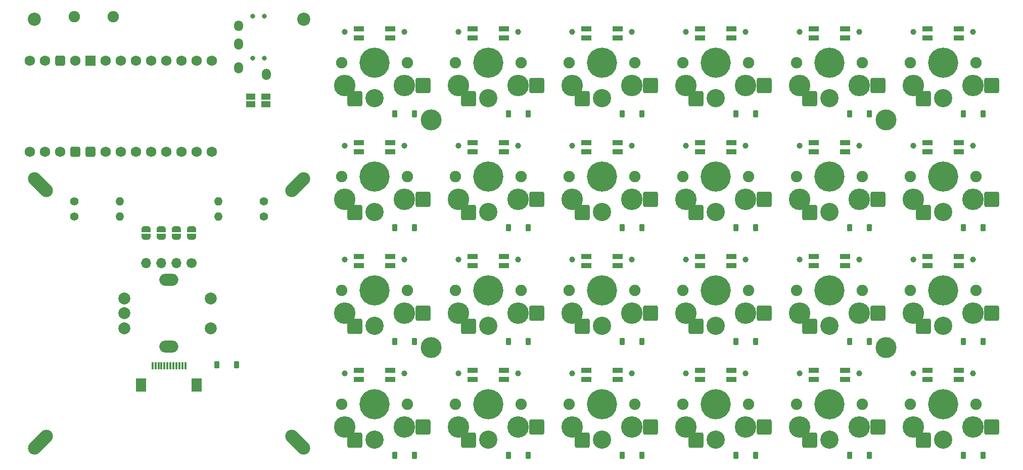
<source format=gbr>
%TF.GenerationSoftware,KiCad,Pcbnew,7.0.5*%
%TF.CreationDate,2025-01-15T14:24:04+08:00*%
%TF.ProjectId,TPS,5450532e-6b69-4636-9164-5f7063625858,rev?*%
%TF.SameCoordinates,Original*%
%TF.FileFunction,Soldermask,Top*%
%TF.FilePolarity,Negative*%
%FSLAX46Y46*%
G04 Gerber Fmt 4.6, Leading zero omitted, Abs format (unit mm)*
G04 Created by KiCad (PCBNEW 7.0.5) date 2025-01-15 14:24:04*
%MOMM*%
%LPD*%
G01*
G04 APERTURE LIST*
G04 Aperture macros list*
%AMRoundRect*
0 Rectangle with rounded corners*
0 $1 Rounding radius*
0 $2 $3 $4 $5 $6 $7 $8 $9 X,Y pos of 4 corners*
0 Add a 4 corners polygon primitive as box body*
4,1,4,$2,$3,$4,$5,$6,$7,$8,$9,$2,$3,0*
0 Add four circle primitives for the rounded corners*
1,1,$1+$1,$2,$3*
1,1,$1+$1,$4,$5*
1,1,$1+$1,$6,$7*
1,1,$1+$1,$8,$9*
0 Add four rect primitives between the rounded corners*
20,1,$1+$1,$2,$3,$4,$5,0*
20,1,$1+$1,$4,$5,$6,$7,0*
20,1,$1+$1,$6,$7,$8,$9,0*
20,1,$1+$1,$8,$9,$2,$3,0*%
%AMHorizOval*
0 Thick line with rounded ends*
0 $1 width*
0 $2 $3 position (X,Y) of the first rounded end (center of the circle)*
0 $4 $5 position (X,Y) of the second rounded end (center of the circle)*
0 Add line between two ends*
20,1,$1,$2,$3,$4,$5,0*
0 Add two circle primitives to create the rounded ends*
1,1,$1,$2,$3*
1,1,$1,$4,$5*%
%AMOutline4P*
0 Free polygon, 4 corners , with rotation*
0 The origin of the aperture is its center*
0 number of corners: always 4*
0 $1 to $8 corner X, Y*
0 $9 Rotation angle, in degrees counterclockwise*
0 create outline with 4 corners*
4,1,4,$1,$2,$3,$4,$5,$6,$7,$8,$1,$2,$9*%
%AMFreePoly0*
4,1,19,0.500000,-0.750000,0.000000,-0.750000,0.000000,-0.744911,-0.071157,-0.744911,-0.207708,-0.704816,-0.327430,-0.627875,-0.420627,-0.520320,-0.479746,-0.390866,-0.500000,-0.250000,-0.500000,0.250000,-0.479746,0.390866,-0.420627,0.520320,-0.327430,0.627875,-0.207708,0.704816,-0.071157,0.744911,0.000000,0.744911,0.000000,0.750000,0.500000,0.750000,0.500000,-0.750000,0.500000,-0.750000,
$1*%
%AMFreePoly1*
4,1,19,0.000000,0.744911,0.071157,0.744911,0.207708,0.704816,0.327430,0.627875,0.420627,0.520320,0.479746,0.390866,0.500000,0.250000,0.500000,-0.250000,0.479746,-0.390866,0.420627,-0.520320,0.327430,-0.627875,0.207708,-0.704816,0.071157,-0.744911,0.000000,-0.744911,0.000000,-0.750000,-0.500000,-0.750000,-0.500000,0.750000,0.000000,0.750000,0.000000,0.744911,0.000000,0.744911,
$1*%
G04 Aperture macros list end*
%ADD10C,3.500000*%
%ADD11RoundRect,0.225000X-0.225000X-0.375000X0.225000X-0.375000X0.225000X0.375000X-0.225000X0.375000X0*%
%ADD12HorizOval,2.200000X0.989949X0.989949X-0.989949X-0.989949X0*%
%ADD13C,1.400000*%
%ADD14O,1.400000X1.400000*%
%ADD15C,1.900000*%
%ADD16C,1.000000*%
%ADD17C,3.050000*%
%ADD18C,5.050000*%
%ADD19RoundRect,0.250000X1.000000X1.000000X-1.000000X1.000000X-1.000000X-1.000000X1.000000X-1.000000X0*%
%ADD20C,3.600000*%
%ADD21C,2.200000*%
%ADD22C,0.800000*%
%ADD23O,1.500000X1.900000*%
%ADD24O,1.500000X1.800000*%
%ADD25FreePoly0,90.000000*%
%ADD26FreePoly1,90.000000*%
%ADD27O,3.200000X2.000000*%
%ADD28C,2.000000*%
%ADD29HorizOval,2.200000X-0.989949X-0.989949X0.989949X0.989949X0*%
%ADD30R,1.500000X1.000000*%
%ADD31HorizOval,2.200000X-0.989949X0.989949X0.989949X-0.989949X0*%
%ADD32C,1.700000*%
%ADD33O,1.700000X1.700000*%
%ADD34R,1.800000X2.200000*%
%ADD35R,0.300000X1.300000*%
%ADD36R,1.800000X0.820000*%
%ADD37C,1.752600*%
%ADD38RoundRect,0.438150X0.438150X0.438150X-0.438150X0.438150X-0.438150X-0.438150X0.438150X-0.438150X0*%
%ADD39Outline4P,-0.876300X-0.876300X0.876300X-0.876300X0.876300X0.876300X-0.876300X0.876300X180.000000*%
G04 APERTURE END LIST*
D10*
%TO.C,H4*%
X183375000Y-86150000D03*
%TD*%
D11*
%TO.C,D13*%
X158200167Y-47050499D03*
X161500167Y-47050499D03*
%TD*%
D12*
%TO.C,H10*%
X84775000Y-58886000D03*
%TD*%
D11*
%TO.C,D20*%
X177250000Y-104200000D03*
X180550000Y-104200000D03*
%TD*%
D13*
%TO.C,R3*%
X79085000Y-61753000D03*
D14*
X71465000Y-61753000D03*
%TD*%
D15*
%TO.C,SW16*%
X160300167Y-95675499D03*
D16*
X159800167Y-90525499D03*
D17*
X154800167Y-101575499D03*
D18*
X154800167Y-95675499D03*
D16*
X149800167Y-90525499D03*
D15*
X149300167Y-95675499D03*
D19*
X151500167Y-101675499D03*
D20*
X149800167Y-99475499D03*
D19*
X162900167Y-99475499D03*
D20*
X159800167Y-99475499D03*
%TD*%
D21*
%TO.C,H7*%
X85775000Y-31200000D03*
%TD*%
D11*
%TO.C,D1*%
X101050167Y-47050499D03*
X104350167Y-47050499D03*
%TD*%
D10*
%TO.C,H1*%
X107175000Y-48050000D03*
%TD*%
D11*
%TO.C,D18*%
X177250167Y-66100499D03*
X180550167Y-66100499D03*
%TD*%
D15*
%TO.C,SW3*%
X103150167Y-76625499D03*
D16*
X102650167Y-71475499D03*
D17*
X97650167Y-82525499D03*
D18*
X97650167Y-76625499D03*
D16*
X92650167Y-71475499D03*
D15*
X92150167Y-76625499D03*
D19*
X94350167Y-82625499D03*
D20*
X92650167Y-80425499D03*
D19*
X105750167Y-80425499D03*
D20*
X102650167Y-80425499D03*
%TD*%
D15*
%TO.C,SW4*%
X103150167Y-95675499D03*
D16*
X102650167Y-90525499D03*
D17*
X97650167Y-101575499D03*
D18*
X97650167Y-95675499D03*
D16*
X92650167Y-90525499D03*
D15*
X92150167Y-95675499D03*
D19*
X94350167Y-101675499D03*
D20*
X92650167Y-99475499D03*
D19*
X105750167Y-99475499D03*
D20*
X102650167Y-99475499D03*
%TD*%
D11*
%TO.C,D22*%
X196300167Y-66100499D03*
X199600167Y-66100499D03*
%TD*%
D15*
%TO.C,SW1*%
X103150167Y-38525499D03*
D16*
X102650167Y-33375499D03*
D17*
X97650167Y-44425499D03*
D18*
X97650167Y-38525499D03*
D16*
X92650167Y-33375499D03*
D15*
X92150167Y-38525499D03*
D19*
X94350167Y-44525499D03*
D20*
X92650167Y-42325499D03*
D19*
X105750167Y-42325499D03*
D20*
X102650167Y-42325499D03*
%TD*%
D11*
%TO.C,D6*%
X120100167Y-66100499D03*
X123400167Y-66100499D03*
%TD*%
D15*
%TO.C,SW7*%
X122200168Y-76625498D03*
D16*
X121700168Y-71475498D03*
D17*
X116700168Y-82525498D03*
D18*
X116700168Y-76625498D03*
D16*
X111700168Y-71475498D03*
D15*
X111200168Y-76625498D03*
D19*
X113400168Y-82625498D03*
D20*
X111700168Y-80425498D03*
D19*
X124800168Y-80425498D03*
D20*
X121700168Y-80425498D03*
%TD*%
D22*
%TO.C,T1*%
X77214000Y-30750000D03*
X77214000Y-37750000D03*
X79214000Y-30750000D03*
X79214000Y-37750000D03*
D23*
X74914000Y-39350000D03*
D24*
X74914000Y-32302000D03*
D23*
X74914000Y-35350000D03*
X79514000Y-40450000D03*
%TD*%
D10*
%TO.C,H2*%
X107175000Y-86150000D03*
%TD*%
D15*
%TO.C,SW9*%
X141250167Y-38525499D03*
D16*
X140750167Y-33375499D03*
D17*
X135750167Y-44425499D03*
D18*
X135750167Y-38525499D03*
D16*
X130750167Y-33375499D03*
D15*
X130250167Y-38525499D03*
D19*
X132450167Y-44525499D03*
D20*
X130750167Y-42325499D03*
D19*
X143850167Y-42325499D03*
D20*
X140750167Y-42325499D03*
%TD*%
D11*
%TO.C,D2*%
X101050167Y-66100499D03*
X104350167Y-66100499D03*
%TD*%
%TO.C,D7*%
X120100168Y-85150498D03*
X123400168Y-85150498D03*
%TD*%
D15*
%TO.C,SW17*%
X179350167Y-38525499D03*
D16*
X178850167Y-33375499D03*
D17*
X173850167Y-44425499D03*
D18*
X173850167Y-38525499D03*
D16*
X168850167Y-33375499D03*
D15*
X168350167Y-38525499D03*
D19*
X170550167Y-44525499D03*
D20*
X168850167Y-42325499D03*
D19*
X181950167Y-42325499D03*
D20*
X178850167Y-42325499D03*
%TD*%
D15*
%TO.C,SW22*%
X198400167Y-57575499D03*
D16*
X197900167Y-52425499D03*
D17*
X192900167Y-63475499D03*
D18*
X192900167Y-57575499D03*
D16*
X187900167Y-52425499D03*
D15*
X187400167Y-57575499D03*
D19*
X189600167Y-63575499D03*
D20*
X187900167Y-61375499D03*
D19*
X201000167Y-61375499D03*
D20*
X197900167Y-61375499D03*
%TD*%
D21*
%TO.C,H6*%
X40661000Y-31200000D03*
%TD*%
D15*
%TO.C,SW21*%
X198400167Y-38525499D03*
D16*
X197900167Y-33375499D03*
D17*
X192900167Y-44425499D03*
D18*
X192900167Y-38525499D03*
D16*
X187900167Y-33375499D03*
D15*
X187400167Y-38525499D03*
D19*
X189600167Y-44525499D03*
D20*
X187900167Y-42325499D03*
D19*
X201000167Y-42325499D03*
D20*
X197900167Y-42325499D03*
%TD*%
D11*
%TO.C,D19*%
X177250167Y-85150499D03*
X180550167Y-85150499D03*
%TD*%
D10*
%TO.C,H3*%
X183375000Y-48050000D03*
%TD*%
D25*
%TO.C,JP5*%
X67027500Y-67643000D03*
D26*
X67027500Y-66343000D03*
%TD*%
D15*
%TO.C,SW23*%
X198400167Y-76625499D03*
D16*
X197900167Y-71475499D03*
D17*
X192900167Y-82525499D03*
D18*
X192900167Y-76625499D03*
D16*
X187900167Y-71475499D03*
D15*
X187400167Y-76625499D03*
D19*
X189600167Y-82625499D03*
D20*
X187900167Y-80425499D03*
D19*
X201000167Y-80425499D03*
D20*
X197900167Y-80425499D03*
%TD*%
D11*
%TO.C,D12*%
X139150167Y-104200499D03*
X142450167Y-104200499D03*
%TD*%
%TO.C,D25*%
X71271000Y-89075000D03*
X74571000Y-89075000D03*
%TD*%
D15*
%TO.C,SW18*%
X179350167Y-57575499D03*
D16*
X178850167Y-52425499D03*
D17*
X173850167Y-63475499D03*
D18*
X173850167Y-57575499D03*
D16*
X168850167Y-52425499D03*
D15*
X168350167Y-57575499D03*
D19*
X170550167Y-63575499D03*
D20*
X168850167Y-61375499D03*
D19*
X181950167Y-61375499D03*
D20*
X178850167Y-61375499D03*
%TD*%
D11*
%TO.C,D4*%
X101050167Y-104200499D03*
X104350167Y-104200499D03*
%TD*%
%TO.C,D14*%
X158200167Y-66100499D03*
X161500167Y-66100499D03*
%TD*%
%TO.C,D11*%
X139150167Y-85150499D03*
X142450167Y-85150499D03*
%TD*%
%TO.C,D10*%
X139150167Y-66100499D03*
X142450167Y-66100499D03*
%TD*%
D27*
%TO.C,SW25*%
X63218000Y-74843000D03*
X63218000Y-86043000D03*
D28*
X55718000Y-77943000D03*
X55718000Y-82943000D03*
X55718000Y-80443000D03*
X70218000Y-77943000D03*
X70218000Y-82943000D03*
%TD*%
D15*
%TO.C,SW13*%
X160300167Y-38525499D03*
D16*
X159800167Y-33375499D03*
D17*
X154800167Y-44425499D03*
D18*
X154800167Y-38525499D03*
D16*
X149800167Y-33375499D03*
D15*
X149300167Y-38525499D03*
D19*
X151500167Y-44525499D03*
D20*
X149800167Y-42325499D03*
D19*
X162900167Y-42325499D03*
D20*
X159800167Y-42325499D03*
%TD*%
D13*
%TO.C,R1*%
X47351000Y-64293000D03*
D14*
X54971000Y-64293000D03*
%TD*%
D29*
%TO.C,H9*%
X41661000Y-102000000D03*
%TD*%
D15*
%TO.C,SW12*%
X141250167Y-95675499D03*
D16*
X140750167Y-90525499D03*
D17*
X135750167Y-101575499D03*
D18*
X135750167Y-95675499D03*
D16*
X130750167Y-90525499D03*
D15*
X130250167Y-95675499D03*
D19*
X132450167Y-101675499D03*
D20*
X130750167Y-99475499D03*
D19*
X143850167Y-99475499D03*
D20*
X140750167Y-99475499D03*
%TD*%
D11*
%TO.C,D16*%
X158200167Y-104200499D03*
X161500167Y-104200499D03*
%TD*%
%TO.C,D17*%
X177250167Y-47050499D03*
X180550167Y-47050499D03*
%TD*%
D25*
%TO.C,JP7*%
X61947500Y-67643000D03*
D26*
X61947500Y-66343000D03*
%TD*%
D30*
%TO.C,JP1*%
X76944000Y-45500000D03*
X76944000Y-44200000D03*
%TD*%
%TO.C,JP2*%
X79484000Y-45500000D03*
X79484000Y-44200000D03*
%TD*%
D15*
%TO.C,RST1*%
X53851000Y-30823000D03*
X47351000Y-30823000D03*
%TD*%
%TO.C,SW14*%
X160300167Y-57575499D03*
D16*
X159800167Y-52425499D03*
D17*
X154800167Y-63475499D03*
D18*
X154800167Y-57575499D03*
D16*
X149800167Y-52425499D03*
D15*
X149300167Y-57575499D03*
D19*
X151500167Y-63575499D03*
D20*
X149800167Y-61375499D03*
D19*
X162900167Y-61375499D03*
D20*
X159800167Y-61375499D03*
%TD*%
D11*
%TO.C,D3*%
X101050167Y-85150499D03*
X104350167Y-85150499D03*
%TD*%
D15*
%TO.C,SW5*%
X122200167Y-38525499D03*
D16*
X121700167Y-33375499D03*
D17*
X116700167Y-44425499D03*
D18*
X116700167Y-38525499D03*
D16*
X111700167Y-33375499D03*
D15*
X111200167Y-38525499D03*
D19*
X113400167Y-44525499D03*
D20*
X111700167Y-42325499D03*
D19*
X124800167Y-42325499D03*
D20*
X121700167Y-42325499D03*
%TD*%
D15*
%TO.C,SW11*%
X141250167Y-76625499D03*
D16*
X140750167Y-71475499D03*
D17*
X135750167Y-82525499D03*
D18*
X135750167Y-76625499D03*
D16*
X130750167Y-71475499D03*
D15*
X130250167Y-76625499D03*
D19*
X132450167Y-82625499D03*
D20*
X130750167Y-80425499D03*
D19*
X143850167Y-80425499D03*
D20*
X140750167Y-80425499D03*
%TD*%
D11*
%TO.C,D15*%
X158200167Y-85150499D03*
X161500167Y-85150499D03*
%TD*%
D13*
%TO.C,R4*%
X79085000Y-64293000D03*
D14*
X71465000Y-64293000D03*
%TD*%
D15*
%TO.C,SW20*%
X179350167Y-95675499D03*
D16*
X178850167Y-90525499D03*
D17*
X173850167Y-101575499D03*
D18*
X173850167Y-95675499D03*
D16*
X168850167Y-90525499D03*
D15*
X168350167Y-95675499D03*
D19*
X170550167Y-101675499D03*
D20*
X168850167Y-99475499D03*
D19*
X181950167Y-99475499D03*
D20*
X178850167Y-99475499D03*
%TD*%
D15*
%TO.C,SW15*%
X160300167Y-76625499D03*
D16*
X159800167Y-71475499D03*
D17*
X154800167Y-82525499D03*
D18*
X154800167Y-76625499D03*
D16*
X149800167Y-71475499D03*
D15*
X149300167Y-76625499D03*
D19*
X151500167Y-82625499D03*
D20*
X149800167Y-80425499D03*
D19*
X162900167Y-80425499D03*
D20*
X159800167Y-80425499D03*
%TD*%
D31*
%TO.C,H8*%
X41661000Y-58886000D03*
%TD*%
D11*
%TO.C,D8*%
X120100167Y-104200499D03*
X123400167Y-104200499D03*
%TD*%
D15*
%TO.C,SW10*%
X141250167Y-57575499D03*
D16*
X140750167Y-52425499D03*
D17*
X135750167Y-63475499D03*
D18*
X135750167Y-57575499D03*
D16*
X130750167Y-52425499D03*
D15*
X130250167Y-57575499D03*
D19*
X132450167Y-63575499D03*
D20*
X130750167Y-61375499D03*
D19*
X143850167Y-61375499D03*
D20*
X140750167Y-61375499D03*
%TD*%
D11*
%TO.C,D9*%
X139150167Y-47050499D03*
X142450167Y-47050499D03*
%TD*%
%TO.C,D24*%
X196300168Y-104200498D03*
X199600168Y-104200498D03*
%TD*%
D32*
%TO.C,J1*%
X67027500Y-72073000D03*
D33*
X64487500Y-72073000D03*
X61947500Y-72073000D03*
X59407500Y-72073000D03*
%TD*%
D15*
%TO.C,SW6*%
X122200167Y-57575499D03*
D16*
X121700167Y-52425499D03*
D17*
X116700167Y-63475499D03*
D18*
X116700167Y-57575499D03*
D16*
X111700167Y-52425499D03*
D15*
X111200167Y-57575499D03*
D19*
X113400167Y-63575499D03*
D20*
X111700167Y-61375499D03*
D19*
X124800167Y-61375499D03*
D20*
X121700167Y-61375499D03*
%TD*%
D34*
%TO.C,J2*%
X58571000Y-92443000D03*
X67871000Y-92443000D03*
D35*
X60471000Y-89193000D03*
X60971000Y-89193000D03*
X61471000Y-89193000D03*
X61971000Y-89193000D03*
X62471000Y-89193000D03*
X62971000Y-89193000D03*
X63471000Y-89193000D03*
X63971000Y-89193000D03*
X64471000Y-89193000D03*
X64971000Y-89193000D03*
X65471000Y-89193000D03*
X65971000Y-89193000D03*
%TD*%
D31*
%TO.C,H11*%
X84775000Y-102000000D03*
%TD*%
D13*
%TO.C,R2*%
X47351000Y-61753000D03*
D14*
X54971000Y-61753000D03*
%TD*%
D11*
%TO.C,D21*%
X196300167Y-47050499D03*
X199600167Y-47050499D03*
%TD*%
%TO.C,D5*%
X120100167Y-47050499D03*
X123400167Y-47050499D03*
%TD*%
D15*
%TO.C,SW2*%
X103150167Y-57575499D03*
D16*
X102650167Y-52425499D03*
D17*
X97650167Y-63475499D03*
D18*
X97650167Y-57575499D03*
D16*
X92650167Y-52425499D03*
D15*
X92150167Y-57575499D03*
D19*
X94350167Y-63575499D03*
D20*
X92650167Y-61375499D03*
D19*
X105750167Y-61375499D03*
D20*
X102650167Y-61375499D03*
%TD*%
D11*
%TO.C,D23*%
X196300167Y-85150499D03*
X199600167Y-85150499D03*
%TD*%
D15*
%TO.C,SW24*%
X198400168Y-95675498D03*
D16*
X197900168Y-90525498D03*
D17*
X192900168Y-101575498D03*
D18*
X192900168Y-95675498D03*
D16*
X187900168Y-90525498D03*
D15*
X187400168Y-95675498D03*
D19*
X189600168Y-101675498D03*
D20*
X187900168Y-99475498D03*
D19*
X201000168Y-99475498D03*
D20*
X197900168Y-99475498D03*
%TD*%
D15*
%TO.C,SW8*%
X122200167Y-95675499D03*
D16*
X121700167Y-90525499D03*
D17*
X116700167Y-101575499D03*
D18*
X116700167Y-95675499D03*
D16*
X111700167Y-90525499D03*
D15*
X111200167Y-95675499D03*
D19*
X113400167Y-101675499D03*
D20*
X111700167Y-99475499D03*
D19*
X124800167Y-99475499D03*
D20*
X121700167Y-99475499D03*
%TD*%
D25*
%TO.C,JP6*%
X64487500Y-67643000D03*
D26*
X64487500Y-66343000D03*
%TD*%
D25*
%TO.C,JP8*%
X59407500Y-67643000D03*
D26*
X59407500Y-66343000D03*
%TD*%
D15*
%TO.C,SW19*%
X179350167Y-76625499D03*
D16*
X178850167Y-71475499D03*
D17*
X173850167Y-82525499D03*
D18*
X173850167Y-76625499D03*
D16*
X168850167Y-71475499D03*
D15*
X168350167Y-76625499D03*
D19*
X170550167Y-82625499D03*
D20*
X168850167Y-80425499D03*
D19*
X181950167Y-80425499D03*
D20*
X178850167Y-80425499D03*
%TD*%
D36*
%TO.C,L5*%
X119350167Y-32875499D03*
X119350167Y-34375499D03*
X114050167Y-34375499D03*
X114050167Y-32875499D03*
%TD*%
%TO.C,L13*%
X157450167Y-32875499D03*
X157450167Y-34375499D03*
X152150167Y-34375499D03*
X152150167Y-32875499D03*
%TD*%
%TO.C,L11*%
X138400167Y-70975499D03*
X138400167Y-72475499D03*
X133100167Y-72475499D03*
X133100167Y-70975499D03*
%TD*%
%TO.C,L23*%
X195550167Y-70975499D03*
X195550167Y-72475499D03*
X190250167Y-72475499D03*
X190250167Y-70975499D03*
%TD*%
%TO.C,L10*%
X138400167Y-51925499D03*
X138400167Y-53425499D03*
X133100167Y-53425499D03*
X133100167Y-51925499D03*
%TD*%
%TO.C,L16*%
X157450167Y-90025499D03*
X157450167Y-91525499D03*
X152150167Y-91525499D03*
X152150167Y-90025499D03*
%TD*%
%TO.C,L17*%
X176500167Y-32875499D03*
X176500167Y-34375499D03*
X171200167Y-34375499D03*
X171200167Y-32875499D03*
%TD*%
%TO.C,L18*%
X176500167Y-51925499D03*
X176500167Y-53425499D03*
X171200167Y-53425499D03*
X171200167Y-51925499D03*
%TD*%
%TO.C,L24*%
X195550167Y-90025499D03*
X195550167Y-91525499D03*
X190250167Y-91525499D03*
X190250167Y-90025499D03*
%TD*%
%TO.C,L2*%
X100300167Y-51925499D03*
X100300167Y-53425499D03*
X95000167Y-53425499D03*
X95000167Y-51925499D03*
%TD*%
%TO.C,L15*%
X157450167Y-70975499D03*
X157450167Y-72475499D03*
X152150167Y-72475499D03*
X152150167Y-70975499D03*
%TD*%
%TO.C,L21*%
X195550167Y-32875499D03*
X195550167Y-34375499D03*
X190250167Y-34375499D03*
X190250167Y-32875499D03*
%TD*%
%TO.C,L8*%
X119350167Y-90025499D03*
X119350167Y-91525499D03*
X114050167Y-91525499D03*
X114050167Y-90025499D03*
%TD*%
%TO.C,L9*%
X138400167Y-32875499D03*
X138400167Y-34375499D03*
X133100167Y-34375499D03*
X133100167Y-32875499D03*
%TD*%
%TO.C,L20*%
X176500167Y-90025499D03*
X176500167Y-91525499D03*
X171200167Y-91525499D03*
X171200167Y-90025499D03*
%TD*%
%TO.C,L14*%
X157450167Y-51925499D03*
X157450167Y-53425499D03*
X152150167Y-53425499D03*
X152150167Y-51925499D03*
%TD*%
%TO.C,L6*%
X119350167Y-51925499D03*
X119350167Y-53425499D03*
X114050167Y-53425499D03*
X114050167Y-51925499D03*
%TD*%
%TO.C,L22*%
X195550167Y-51925499D03*
X195550167Y-53425499D03*
X190250167Y-53425499D03*
X190250167Y-51925499D03*
%TD*%
%TO.C,L3*%
X100300167Y-70975499D03*
X100300167Y-72475499D03*
X95000167Y-72475499D03*
X95000167Y-70975499D03*
%TD*%
%TO.C,L4*%
X100300167Y-90025499D03*
X100300167Y-91525499D03*
X95000167Y-91525499D03*
X95000167Y-90025499D03*
%TD*%
%TO.C,L12*%
X138400167Y-90025499D03*
X138400167Y-91525499D03*
X133100167Y-91525499D03*
X133100167Y-90025499D03*
%TD*%
%TO.C,L19*%
X176500167Y-70975499D03*
X176500167Y-72475499D03*
X171200167Y-72475499D03*
X171200167Y-70975499D03*
%TD*%
%TO.C,L7*%
X119350168Y-70975498D03*
X119350168Y-72475498D03*
X114050168Y-72475498D03*
X114050168Y-70975498D03*
%TD*%
%TO.C,L1*%
X100300167Y-32875499D03*
X100300167Y-34375499D03*
X95000167Y-34375499D03*
X95000167Y-32875499D03*
%TD*%
D37*
%TO.C,U1*%
X39881000Y-53461000D03*
X42421000Y-53461000D03*
X44961000Y-53461000D03*
D38*
X47501000Y-53461000D03*
X50041000Y-53461000D03*
D37*
X52581000Y-53461000D03*
X55121000Y-53461000D03*
X57661000Y-53461000D03*
X60201000Y-53461000D03*
X62741000Y-53461000D03*
X65281000Y-53461000D03*
X67821000Y-53461000D03*
X70361000Y-53461000D03*
X70361000Y-38221000D03*
X67821000Y-38221000D03*
X65281000Y-38221000D03*
X62741000Y-38221000D03*
X60201000Y-38221000D03*
X57661000Y-38221000D03*
X55121000Y-38221000D03*
X52581000Y-38221000D03*
D39*
X50041000Y-38221000D03*
D37*
X47501000Y-38221000D03*
D38*
X44961000Y-38221000D03*
D37*
X42421000Y-38221000D03*
X39881000Y-38221000D03*
%TD*%
M02*

</source>
